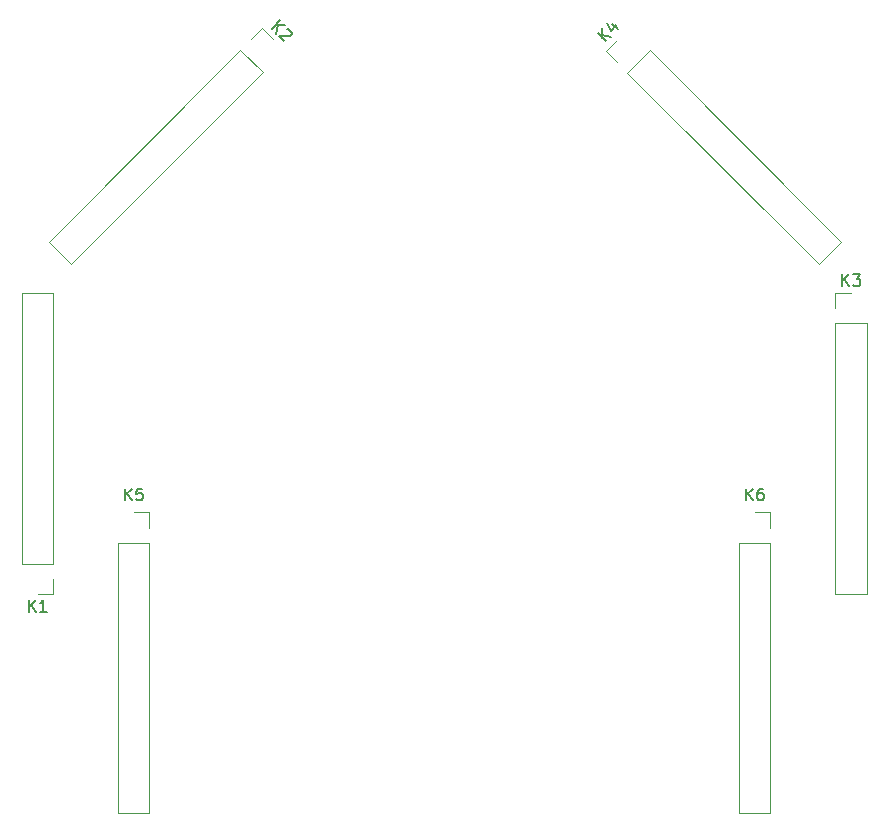
<source format=gbr>
%TF.GenerationSoftware,KiCad,Pcbnew,(5.1.8)-1*%
%TF.CreationDate,2021-12-10T09:03:27+01:00*%
%TF.ProjectId,FirePlaceFrontwall,46697265-506c-4616-9365-46726f6e7477,rev?*%
%TF.SameCoordinates,Original*%
%TF.FileFunction,Legend,Top*%
%TF.FilePolarity,Positive*%
%FSLAX46Y46*%
G04 Gerber Fmt 4.6, Leading zero omitted, Abs format (unit mm)*
G04 Created by KiCad (PCBNEW (5.1.8)-1) date 2021-12-10 09:03:27*
%MOMM*%
%LPD*%
G01*
G04 APERTURE LIST*
%ADD10C,0.120000*%
%ADD11C,0.150000*%
G04 APERTURE END LIST*
D10*
%TO.C,K4*%
X73750235Y-26685339D02*
X74690687Y-25744887D01*
X74690687Y-27625791D02*
X73750235Y-26685339D01*
X75588713Y-28523817D02*
X77469617Y-26642913D01*
X77469617Y-26642913D02*
X93676504Y-42849800D01*
X75588713Y-28523817D02*
X91795600Y-44730704D01*
X91795600Y-44730704D02*
X93676504Y-42849800D01*
%TO.C,K3*%
X93208800Y-47158600D02*
X94538800Y-47158600D01*
X93208800Y-48488600D02*
X93208800Y-47158600D01*
X93208800Y-49758600D02*
X95868800Y-49758600D01*
X95868800Y-49758600D02*
X95868800Y-72678600D01*
X93208800Y-49758600D02*
X93208800Y-72678600D01*
X93208800Y-72678600D02*
X95868800Y-72678600D01*
%TO.C,K2*%
X44663261Y-24779035D02*
X45603713Y-25719487D01*
X43722809Y-25719487D02*
X44663261Y-24779035D01*
X42824783Y-26617513D02*
X44705687Y-28498417D01*
X44705687Y-28498417D02*
X28498800Y-44705304D01*
X42824783Y-26617513D02*
X26617896Y-42824400D01*
X26617896Y-42824400D02*
X28498800Y-44705304D01*
%TO.C,K1*%
X26984000Y-72705000D02*
X25654000Y-72705000D01*
X26984000Y-71375000D02*
X26984000Y-72705000D01*
X26984000Y-70105000D02*
X24324000Y-70105000D01*
X24324000Y-70105000D02*
X24324000Y-47185000D01*
X26984000Y-70105000D02*
X26984000Y-47185000D01*
X26984000Y-47185000D02*
X24324000Y-47185000D01*
%TO.C,K6*%
X85030000Y-68326000D02*
X87690000Y-68326000D01*
X85030000Y-68326000D02*
X85030000Y-91246000D01*
X85030000Y-91246000D02*
X87690000Y-91246000D01*
X87690000Y-68326000D02*
X87690000Y-91246000D01*
X87690000Y-65726000D02*
X87690000Y-67056000D01*
X86360000Y-65726000D02*
X87690000Y-65726000D01*
%TO.C,K5*%
X32452000Y-68326000D02*
X35112000Y-68326000D01*
X32452000Y-68326000D02*
X32452000Y-91246000D01*
X32452000Y-91246000D02*
X35112000Y-91246000D01*
X35112000Y-68326000D02*
X35112000Y-91246000D01*
X35112000Y-65726000D02*
X35112000Y-67056000D01*
X33782000Y-65726000D02*
X35112000Y-65726000D01*
%TO.C,K4*%
D11*
X73781549Y-25879573D02*
X73074442Y-25172467D01*
X74185610Y-25475512D02*
X73478503Y-25374497D01*
X73478503Y-24768405D02*
X73478503Y-25576528D01*
X74320297Y-24398016D02*
X74791702Y-24869421D01*
X73882564Y-24297001D02*
X74219282Y-24970436D01*
X74657015Y-24532703D01*
%TO.C,K3*%
X93800704Y-46610980D02*
X93800704Y-45610980D01*
X94372133Y-46610980D02*
X93943561Y-46039552D01*
X94372133Y-45610980D02*
X93800704Y-46182409D01*
X94705466Y-45610980D02*
X95324514Y-45610980D01*
X94991180Y-45991933D01*
X95134038Y-45991933D01*
X95229276Y-46039552D01*
X95276895Y-46087171D01*
X95324514Y-46182409D01*
X95324514Y-46420504D01*
X95276895Y-46515742D01*
X95229276Y-46563361D01*
X95134038Y-46610980D01*
X94848323Y-46610980D01*
X94753085Y-46563361D01*
X94705466Y-46515742D01*
%TO.C,K2*%
X45469026Y-24810349D02*
X46176132Y-24103242D01*
X45873087Y-25214410D02*
X45974102Y-24507303D01*
X46580194Y-24507303D02*
X45772071Y-24507303D01*
X46782224Y-24844021D02*
X46849568Y-24844021D01*
X46950583Y-24877692D01*
X47118942Y-25046051D01*
X47152613Y-25147067D01*
X47152613Y-25214410D01*
X47118942Y-25315425D01*
X47051598Y-25382769D01*
X46916911Y-25450112D01*
X46108789Y-25450112D01*
X46546522Y-25887845D01*
%TO.C,K1*%
X24915904Y-74157380D02*
X24915904Y-73157380D01*
X25487333Y-74157380D02*
X25058761Y-73585952D01*
X25487333Y-73157380D02*
X24915904Y-73728809D01*
X26439714Y-74157380D02*
X25868285Y-74157380D01*
X26154000Y-74157380D02*
X26154000Y-73157380D01*
X26058761Y-73300238D01*
X25963523Y-73395476D01*
X25868285Y-73443095D01*
%TO.C,K6*%
X85621904Y-64738380D02*
X85621904Y-63738380D01*
X86193333Y-64738380D02*
X85764761Y-64166952D01*
X86193333Y-63738380D02*
X85621904Y-64309809D01*
X87050476Y-63738380D02*
X86860000Y-63738380D01*
X86764761Y-63786000D01*
X86717142Y-63833619D01*
X86621904Y-63976476D01*
X86574285Y-64166952D01*
X86574285Y-64547904D01*
X86621904Y-64643142D01*
X86669523Y-64690761D01*
X86764761Y-64738380D01*
X86955238Y-64738380D01*
X87050476Y-64690761D01*
X87098095Y-64643142D01*
X87145714Y-64547904D01*
X87145714Y-64309809D01*
X87098095Y-64214571D01*
X87050476Y-64166952D01*
X86955238Y-64119333D01*
X86764761Y-64119333D01*
X86669523Y-64166952D01*
X86621904Y-64214571D01*
X86574285Y-64309809D01*
%TO.C,K5*%
X33043904Y-64738380D02*
X33043904Y-63738380D01*
X33615333Y-64738380D02*
X33186761Y-64166952D01*
X33615333Y-63738380D02*
X33043904Y-64309809D01*
X34520095Y-63738380D02*
X34043904Y-63738380D01*
X33996285Y-64214571D01*
X34043904Y-64166952D01*
X34139142Y-64119333D01*
X34377238Y-64119333D01*
X34472476Y-64166952D01*
X34520095Y-64214571D01*
X34567714Y-64309809D01*
X34567714Y-64547904D01*
X34520095Y-64643142D01*
X34472476Y-64690761D01*
X34377238Y-64738380D01*
X34139142Y-64738380D01*
X34043904Y-64690761D01*
X33996285Y-64643142D01*
%TD*%
M02*

</source>
